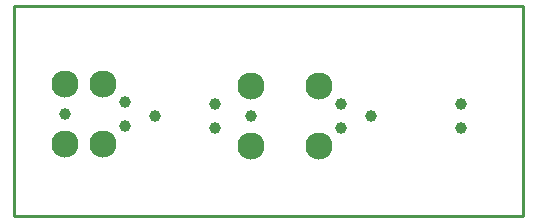
<source format=gbl>
%FSLAX44Y44*%
%MOMM*%
G71*
G01*
G75*
G04 Layer_Physical_Order=2*
G04 Layer_Color=16711680*
%ADD10C,0.7900*%
%ADD11C,0.2540*%
%ADD12C,0.9906*%
%ADD13C,2.3000*%
D11*
X251460Y433070D02*
X681990D01*
X251460Y255270D02*
Y433070D01*
X681990Y255270D02*
Y433070D01*
X251460Y255270D02*
X681990D01*
D12*
X553720Y340360D02*
D03*
X629920Y350520D02*
D03*
Y330200D02*
D03*
X452120Y340360D02*
D03*
X528320Y350510D02*
D03*
Y330210D02*
D03*
X421640Y330200D02*
D03*
Y350520D02*
D03*
X370840Y340360D02*
D03*
X294640Y341630D02*
D03*
X345440Y351790D02*
D03*
Y331470D02*
D03*
D13*
X452120Y365760D02*
D03*
Y314960D02*
D03*
X509270Y365760D02*
D03*
Y314960D02*
D03*
X294640Y367030D02*
D03*
Y316230D02*
D03*
X326390Y367030D02*
D03*
Y316230D02*
D03*
M02*

</source>
